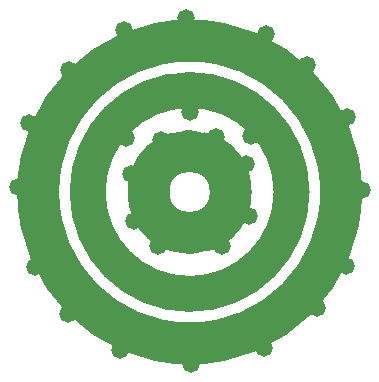
<source format=gts>
G04*
G04 #@! TF.GenerationSoftware,Altium Limited,Altium Designer,21.0.9 (235)*
G04*
G04 Layer_Color=8388736*
%FSLAX23Y23*%
%MOIN*%
G70*
G04*
G04 #@! TF.SameCoordinates,BEDAD971-5842-4F86-BEC8-44C97C0BC31F*
G04*
G04*
G04 #@! TF.FilePolarity,Negative*
G04*
G01*
G75*
%ADD10C,0.140*%
%ADD11C,0.120*%
%ADD12C,0.058*%
D10*
X2270Y1755D02*
G03*
X2270Y1755I-505J0D01*
G01*
X1902D02*
G03*
X1902Y1755I-137J0D01*
G01*
D11*
X2105D02*
G03*
X2105Y1755I-340J0D01*
G01*
D12*
X1952Y1849D02*
D03*
X1963Y1676D02*
D03*
X1873Y1574D02*
D03*
X1661D02*
D03*
X1579Y1659D02*
D03*
X1568Y1816D02*
D03*
X1668Y1929D02*
D03*
X1852Y1938D02*
D03*
X1971Y1941D02*
D03*
X1765Y2021D02*
D03*
X1554Y1935D02*
D03*
X2156Y2179D02*
D03*
X1753Y2336D02*
D03*
X1362Y2163D02*
D03*
X1192Y1770D02*
D03*
X2338Y1761D02*
D03*
X2191Y1369D02*
D03*
X1359Y1347D02*
D03*
X1768Y1181D02*
D03*
X1533Y1229D02*
D03*
X2013Y1236D02*
D03*
X2285Y1509D02*
D03*
X1248Y1505D02*
D03*
X2288Y2005D02*
D03*
X1228Y1984D02*
D03*
X2018Y2282D02*
D03*
X1545Y2296D02*
D03*
M02*

</source>
